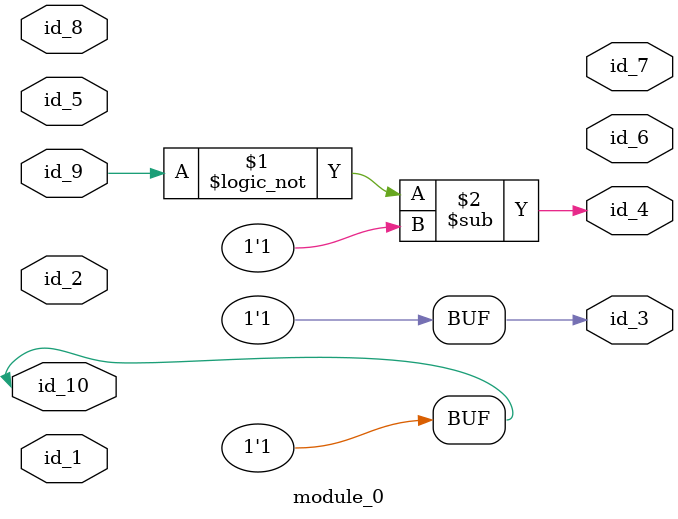
<source format=v>
module module_0 (
    id_1,
    id_2,
    id_3,
    id_4,
    id_5,
    id_6,
    id_7,
    id_8,
    id_9,
    id_10
);
  inout id_10;
  input id_9;
  inout id_8;
  output id_7;
  output id_6;
  input id_5;
  output id_4;
  output id_3;
  input id_2;
  input id_1;
  assign id_3 = (1);
  assign id_4 = !id_9 - id_10;
  always id_10 <= (1 <= 1);
endmodule

</source>
